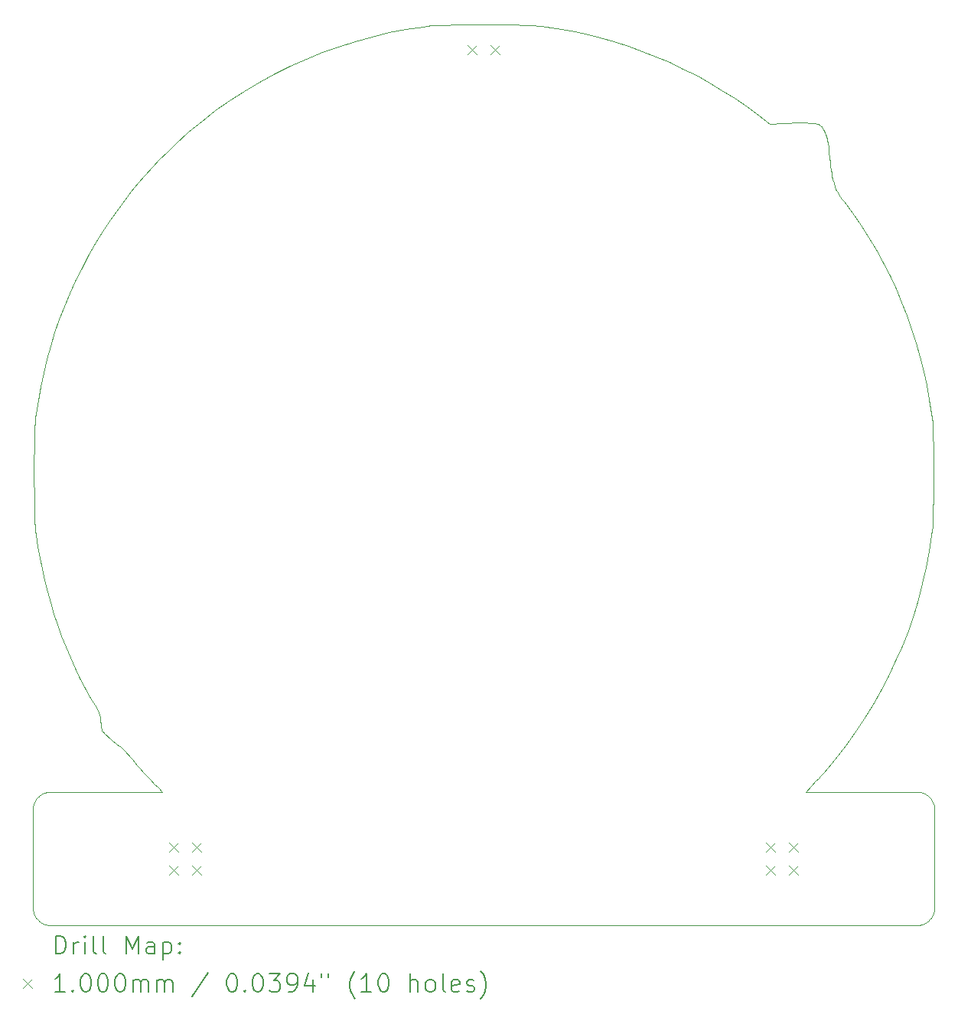
<source format=gbr>
%TF.GenerationSoftware,KiCad,Pcbnew,(6.0.7)*%
%TF.CreationDate,2022-08-24T16:40:09-07:00*%
%TF.ProjectId,DC31_Cnet_Badge_Front,44433331-5f43-46e6-9574-5f4261646765,rev?*%
%TF.SameCoordinates,Original*%
%TF.FileFunction,Drillmap*%
%TF.FilePolarity,Positive*%
%FSLAX45Y45*%
G04 Gerber Fmt 4.5, Leading zero omitted, Abs format (unit mm)*
G04 Created by KiCad (PCBNEW (6.0.7)) date 2022-08-24 16:40:09*
%MOMM*%
%LPD*%
G01*
G04 APERTURE LIST*
%ADD10C,0.099405*%
%ADD11C,0.200000*%
%ADD12C,0.100000*%
G04 APERTURE END LIST*
D10*
X14682002Y-8243576D02*
X14623174Y-8094067D01*
X5045114Y-13599129D02*
X5039912Y-13607243D01*
X14829370Y-14984989D02*
X14839045Y-14982755D01*
X13724791Y-6138217D02*
X13720571Y-6135159D01*
X8211376Y-5330305D02*
X8032692Y-5402690D01*
X5901886Y-12954506D02*
X5916825Y-12966386D01*
X5868368Y-7181256D02*
X5782691Y-7311889D01*
X5760625Y-12726401D02*
X5760625Y-12726401D01*
X14954741Y-10672780D02*
X14954741Y-10672780D01*
X5830734Y-12892498D02*
X5843846Y-12904659D01*
X14989054Y-14789066D02*
X14989054Y-13710941D01*
X5302971Y-8284194D02*
X5252169Y-8429909D01*
X9376807Y-5039137D02*
X9327694Y-5045217D01*
X14908729Y-13550694D02*
X14900889Y-13545118D01*
X14829382Y-13515021D02*
X14819534Y-13513261D01*
X13167046Y-6123497D02*
X13167046Y-6123497D01*
X14789066Y-14989054D02*
X14789066Y-14989054D01*
X14969330Y-14875767D02*
X14973335Y-14866909D01*
X5200640Y-14988793D02*
X5210931Y-14989054D01*
X5124232Y-14969325D02*
X5133090Y-14973330D01*
X12203344Y-5510316D02*
X12054771Y-5440496D01*
X13798457Y-6283411D02*
X13794963Y-6269319D01*
X5010955Y-14789066D02*
X5010955Y-14789066D01*
X10356690Y-5026672D02*
X10258716Y-5025709D01*
X13678097Y-13391322D02*
X13704075Y-13363725D01*
X14960822Y-10623671D02*
X14965563Y-10575465D01*
X14857827Y-14976916D02*
X14866909Y-14973335D01*
X14973340Y-13633105D02*
X14969335Y-13624247D01*
X6109222Y-13148258D02*
X6139259Y-13184151D01*
X5739082Y-12627936D02*
X5742161Y-12635816D01*
X9425025Y-5034402D02*
X9376807Y-5039137D01*
X5742161Y-12635816D02*
X5744938Y-12643836D01*
X14943391Y-13583741D02*
X14937106Y-13576485D01*
X14980060Y-14848535D02*
X14982755Y-14839045D01*
X5735666Y-12620082D02*
X5739082Y-12627936D01*
X5034404Y-10575465D02*
X5039138Y-10623671D01*
X14902323Y-9013104D02*
X14868327Y-8856815D01*
X14937106Y-13576485D02*
X14930484Y-13569539D01*
X5124243Y-13530678D02*
X5115620Y-13535094D01*
X13711435Y-6129762D02*
X13706468Y-6127402D01*
X5076470Y-14937090D02*
X5083726Y-14943376D01*
X5151475Y-13519947D02*
X5142183Y-13523092D01*
X6312363Y-13376440D02*
X6354614Y-13420656D01*
X13044729Y-6030273D02*
X13044729Y-6030273D01*
X5017251Y-14839041D02*
X5019946Y-14848530D01*
X14799370Y-13511215D02*
X14789078Y-13510953D01*
X9137862Y-5074264D02*
X8949146Y-5110885D01*
X5013260Y-14819519D02*
X5015018Y-14829366D01*
X5025011Y-10000470D02*
X5025011Y-10000470D01*
X5755563Y-12689929D02*
X5757288Y-12701128D01*
X13884212Y-6814359D02*
X13873131Y-6773198D01*
X14809526Y-13511988D02*
X14799370Y-13511215D01*
X5039906Y-14892757D02*
X5045107Y-14900871D01*
X14949327Y-13591296D02*
X14943391Y-13583741D01*
X13695610Y-6123300D02*
X13689667Y-6121536D01*
X14974385Y-9718092D02*
X14971675Y-9540919D01*
X5777220Y-12832895D02*
X5778707Y-12835666D01*
X5749732Y-12660739D02*
X5751821Y-12669846D01*
X6139259Y-13184151D02*
X6139259Y-13184151D01*
X6590549Y-6340177D02*
X6590549Y-6340177D01*
X13511313Y-6110045D02*
X13442932Y-6110801D01*
X14982759Y-13660967D02*
X14980064Y-13651478D01*
X14875778Y-13530683D02*
X14866920Y-13526677D01*
X5091281Y-14949313D02*
X5099121Y-14954889D01*
X5076479Y-13562910D02*
X5069534Y-13569532D01*
X10963159Y-5092693D02*
X10801232Y-5063712D01*
X8392660Y-5264791D02*
X8211376Y-5330305D01*
X14949320Y-14908719D02*
X14954896Y-14900878D01*
X8761842Y-5154941D02*
X8576248Y-5206290D01*
X6173487Y-6777689D02*
X6099314Y-6867837D01*
X10557020Y-5032743D02*
X10503284Y-5030128D01*
X13750247Y-13313244D02*
X13769852Y-13290915D01*
X14785097Y-8547483D02*
X14735999Y-8394769D01*
X13561803Y-13510953D02*
X13561803Y-13510953D01*
X5019949Y-13651473D02*
X5017254Y-13660962D01*
X5142183Y-13523092D02*
X5133101Y-13526673D01*
X13750214Y-6167393D02*
X13746846Y-6162314D01*
X6022469Y-13052355D02*
X6033256Y-13063374D01*
X5025135Y-9843411D02*
X5025011Y-10000470D01*
X5011216Y-14799356D02*
X5011988Y-14809511D01*
X5083726Y-14943376D02*
X5091281Y-14949313D01*
X14986748Y-14819522D02*
X14988020Y-14809513D01*
X14974385Y-10282840D02*
X14974872Y-10157527D01*
X14806870Y-11381084D02*
X14853587Y-11206313D01*
X5886924Y-12942216D02*
X5901886Y-12954506D01*
X14857838Y-13523096D02*
X14848547Y-13519951D01*
X14930484Y-13569539D02*
X14923539Y-13562917D01*
X7349899Y-5758134D02*
X7188671Y-5862767D01*
X14081783Y-7108492D02*
X13986739Y-6978381D01*
X5200652Y-13511214D02*
X5190496Y-13511987D01*
X11904124Y-5375614D02*
X11751518Y-5315719D01*
X5731875Y-12612145D02*
X5735666Y-12620082D01*
X6056365Y-13088019D02*
X6068722Y-13101681D01*
X5818568Y-12880812D02*
X5830734Y-12892498D01*
X13888248Y-13148549D02*
X14001075Y-13002590D01*
X6002336Y-13032831D02*
X6012168Y-13042180D01*
X13930917Y-6900360D02*
X13916715Y-6878392D01*
X13669482Y-6117258D02*
X13661883Y-6116133D01*
X6250402Y-6688801D02*
X6173487Y-6777689D01*
X13167046Y-6123497D02*
X13044729Y-6030273D01*
X5945866Y-12988213D02*
X5959580Y-12997806D01*
X5757288Y-12701128D02*
X5760625Y-12726401D01*
X11597069Y-5260856D02*
X11440892Y-5211075D01*
X5034404Y-9425431D02*
X5030848Y-9478185D01*
X5773481Y-12817126D02*
X5775049Y-12825379D01*
X5992955Y-13024287D02*
X6002336Y-13032831D01*
X13701201Y-6125251D02*
X13695610Y-6123300D01*
X5797849Y-12859567D02*
X5807542Y-12869776D01*
X5782691Y-7311889D02*
X5701203Y-7444831D01*
X5916825Y-12966386D02*
X5931550Y-12977681D01*
X5099121Y-14954889D02*
X5107235Y-14960092D01*
X10638157Y-5040049D02*
X10638157Y-5040049D01*
X13760303Y-6184675D02*
X13753563Y-6172805D01*
X6012168Y-13042180D02*
X6022469Y-13052355D01*
X14258933Y-7377551D02*
X14172537Y-7241604D01*
X5133090Y-14973330D02*
X5142171Y-14976912D01*
X6081639Y-13116263D02*
X6109222Y-13148258D01*
X5164350Y-8725239D02*
X5127431Y-8874612D01*
X5039912Y-13607243D02*
X5035096Y-13615618D01*
X5478407Y-12139765D02*
X5533282Y-12253295D01*
X5095236Y-9024962D02*
X5067816Y-9176168D01*
X6413473Y-6513672D02*
X6330314Y-6600890D01*
X13308124Y-6115539D02*
X13167046Y-6123497D01*
X5030675Y-14875760D02*
X5035091Y-14884383D01*
X14875767Y-14969330D02*
X14884390Y-14964913D01*
X13568935Y-6110578D02*
X13542004Y-6110140D01*
X13895432Y-6841336D02*
X13891657Y-6833604D01*
X13720571Y-6135159D02*
X13716127Y-6132344D01*
X14980064Y-13651478D02*
X14976920Y-13642186D01*
X13636116Y-6113501D02*
X13616210Y-6112255D01*
X14694378Y-11725040D02*
X14753776Y-11554047D01*
X5170628Y-14984986D02*
X5180476Y-14986746D01*
X13308124Y-6115539D02*
X13308124Y-6115539D01*
X14960104Y-13607250D02*
X14954902Y-13599136D01*
X5180488Y-13513259D02*
X5170640Y-13515019D01*
X14789078Y-13510953D02*
X13561803Y-13510953D01*
X5010955Y-13710941D02*
X5010955Y-14789066D01*
X9477794Y-5030847D02*
X9425025Y-5034402D01*
X5244097Y-11542676D02*
X5285306Y-11665131D01*
X5025616Y-9718092D02*
X5025135Y-9843411D01*
X5550989Y-7717158D02*
X5482360Y-7856301D01*
X13743432Y-6157557D02*
X13739947Y-6153112D01*
X5753753Y-12679539D02*
X5755563Y-12689929D01*
X13986739Y-6978381D02*
X13986739Y-6978381D01*
X6167152Y-13217148D02*
X6198902Y-13253361D01*
X5030848Y-10522720D02*
X5034404Y-10575465D01*
X8032692Y-5402690D02*
X7856905Y-5481806D01*
X5011216Y-13700650D02*
X5010955Y-13710941D01*
X14839045Y-14982755D02*
X14848535Y-14980060D01*
X13676629Y-6118526D02*
X13669482Y-6117258D01*
X5062904Y-14923523D02*
X5069525Y-14930468D01*
X5010955Y-13710941D02*
X5010955Y-13710941D01*
X14479097Y-12224578D02*
X14556965Y-12060468D01*
X14866909Y-14973335D02*
X14875767Y-14969330D01*
X5590611Y-12364241D02*
X5650300Y-12472336D01*
X13904858Y-6858672D02*
X13895432Y-6841336D01*
X14491295Y-7800762D02*
X14418380Y-7657295D01*
X12774573Y-5838026D02*
X12635457Y-5748929D01*
X13863766Y-6735740D02*
X13855822Y-6700332D01*
X6330314Y-6600890D02*
X6250402Y-6688801D01*
X14960822Y-9377219D02*
X14954741Y-9328108D01*
X13947378Y-6924438D02*
X13930917Y-6900360D01*
X13966014Y-6950490D02*
X13947378Y-6924438D01*
X13561803Y-13510953D02*
X13621837Y-13449844D01*
X14753776Y-11554047D02*
X14806870Y-11381084D01*
X5056619Y-14916267D02*
X5062904Y-14923523D01*
X5160953Y-14982752D02*
X5170628Y-14984986D01*
X10503284Y-5030128D02*
X10437360Y-5028124D01*
X5190484Y-14988019D02*
X5200640Y-14988793D01*
X5039138Y-9377219D02*
X5034404Y-9425431D01*
X14305404Y-12544777D02*
X14395219Y-12386068D01*
X7031825Y-5973429D02*
X6879658Y-6089978D01*
X14954741Y-9328108D02*
X14954741Y-9328108D01*
X5067816Y-9176168D02*
X5045217Y-9328108D01*
X5030848Y-9478185D02*
X5028309Y-9540919D01*
X13706468Y-6127402D02*
X13701201Y-6125251D01*
X5775049Y-12825379D02*
X5776283Y-12830530D01*
X5019946Y-14848530D02*
X5023089Y-14857821D01*
X11123822Y-5126946D02*
X10963159Y-5092693D01*
X14982755Y-14839045D02*
X14984989Y-14829370D01*
X5418115Y-7997269D02*
X5358302Y-8139940D01*
X14988793Y-14799357D02*
X14989054Y-14789066D01*
X7188671Y-5862767D02*
X7031825Y-5973429D01*
X13778103Y-6220860D02*
X13767268Y-6198015D01*
X5062912Y-13576477D02*
X5056627Y-13583734D01*
X5723029Y-12595569D02*
X5727675Y-12604011D01*
X5190496Y-13511987D02*
X5180488Y-13513259D01*
X5205946Y-8576965D02*
X5164350Y-8725239D01*
X5744938Y-12643836D02*
X5747450Y-12652107D01*
X14931150Y-9170257D02*
X14902323Y-9013104D01*
X14892764Y-14960098D02*
X14900878Y-14954896D01*
X14969126Y-10522720D02*
X14971676Y-10459995D01*
X14974872Y-10157527D02*
X14974998Y-10000470D01*
X5958184Y-7053053D02*
X5958184Y-7053053D01*
X5025616Y-10282840D02*
X5028309Y-10459995D01*
X14172537Y-7241604D02*
X14081783Y-7108492D01*
X14984991Y-13670642D02*
X14982759Y-13660967D01*
X13787206Y-6243988D02*
X13778103Y-6220860D01*
X5099131Y-13545112D02*
X5091291Y-13550688D01*
X14809513Y-14988020D02*
X14819522Y-14986748D01*
X10000625Y-5025011D02*
X10000625Y-5025011D01*
X5015018Y-14829366D02*
X5017251Y-14839041D01*
X5984007Y-13016532D02*
X5992955Y-13024287D01*
X5083736Y-13556625D02*
X5076479Y-13562910D01*
X13769852Y-13290915D02*
X13888248Y-13148549D01*
X10000625Y-5025011D02*
X9717903Y-5025616D01*
X14908719Y-14949320D02*
X14916274Y-14943383D01*
X13820246Y-6431085D02*
X13814016Y-6377736D01*
X13807983Y-6334272D02*
X13801760Y-6298774D01*
X9327694Y-5045217D02*
X9327694Y-5045217D01*
X6234015Y-13292306D02*
X6272000Y-13333494D01*
X14916283Y-13556631D02*
X14908729Y-13550694D01*
X5482360Y-7856301D02*
X5418115Y-7997269D01*
X13704075Y-13363725D02*
X13728223Y-13337606D01*
X14001075Y-13002590D02*
X14108258Y-12853201D01*
X14960098Y-14892764D02*
X14964913Y-14884390D01*
X10000625Y-5025011D02*
X10000625Y-5025011D01*
X6879658Y-6089978D02*
X6732467Y-6212274D01*
X5028309Y-10459995D02*
X5030848Y-10522720D01*
X13593884Y-6111310D02*
X13568935Y-6110578D01*
X13837555Y-6589896D02*
X13832336Y-6546172D01*
X5727675Y-12604011D02*
X5731875Y-12612145D01*
X7515212Y-5659668D02*
X7349899Y-5758134D01*
X13767268Y-6198015D02*
X13760303Y-6184675D01*
X5958184Y-7053053D02*
X5868368Y-7181256D01*
X5170640Y-13515019D02*
X5160965Y-13517252D01*
X5011989Y-13690494D02*
X5011216Y-13700650D01*
X12054771Y-5440496D02*
X11904124Y-5375614D01*
X5017254Y-13660962D02*
X5015021Y-13670638D01*
X5050682Y-14908712D02*
X5056619Y-14916267D01*
X8949146Y-5110885D02*
X8761842Y-5154941D01*
X13832336Y-6546172D02*
X13827058Y-6496239D01*
X13986739Y-6978381D02*
X13966014Y-6950490D01*
X13767268Y-6198015D02*
X13767268Y-6198015D01*
X13843012Y-6629062D02*
X13837555Y-6589896D01*
X13827058Y-6496239D02*
X13820246Y-6431085D01*
X5789683Y-12850361D02*
X5797849Y-12859567D01*
X14964913Y-14884390D02*
X14969330Y-14875767D01*
X5533282Y-12253295D02*
X5590611Y-12364241D01*
X14789078Y-13510953D02*
X14789078Y-13510953D01*
X5210943Y-13510953D02*
X5200652Y-13511214D01*
X14209726Y-12700542D02*
X14305404Y-12544777D01*
X14964919Y-13615624D02*
X14960104Y-13607250D01*
X14556965Y-12060468D02*
X14628750Y-11893901D01*
X5142171Y-14976912D02*
X5151463Y-14980057D01*
X5376390Y-11906019D02*
X5426078Y-12023918D01*
X5063378Y-10796548D02*
X5085111Y-10920928D01*
X5776283Y-12830530D02*
X5777220Y-12832895D01*
X5426078Y-12023918D02*
X5478407Y-12139765D01*
X14623174Y-8094067D02*
X14559583Y-7946408D01*
X13916715Y-6878392D02*
X13904858Y-6858672D01*
X14628750Y-11893901D02*
X14694378Y-11725040D01*
X14108258Y-12853201D02*
X14209726Y-12700542D01*
X11440892Y-5211075D02*
X11283105Y-5166422D01*
X5778707Y-12835666D02*
X5783238Y-12842335D01*
X14853587Y-11206313D02*
X14893854Y-11029898D01*
X5010955Y-14789066D02*
X5011216Y-14799356D01*
X14965563Y-9425431D02*
X14960822Y-9377219D01*
X5210931Y-14989054D02*
X5210931Y-14989054D01*
X14848535Y-14980060D02*
X14857827Y-14976916D01*
X7684313Y-5567512D02*
X7515212Y-5659668D01*
X14989054Y-14789066D02*
X14989054Y-14789066D01*
X14988020Y-14809513D02*
X14988793Y-14799357D01*
X5701203Y-7444831D02*
X5623953Y-7579961D01*
X5127431Y-8874612D02*
X5095236Y-9024962D01*
X14340903Y-7516170D02*
X14258933Y-7377551D01*
X13728814Y-6141530D02*
X13724791Y-6138217D01*
X5783238Y-12842335D02*
X5789683Y-12850361D01*
X5329435Y-11786334D02*
X5376390Y-11906019D01*
X14868327Y-8856815D02*
X14829229Y-8701553D01*
X13739947Y-6153112D02*
X13736366Y-6148966D01*
X14937097Y-14923530D02*
X14943383Y-14916274D01*
X14893854Y-11029898D02*
X14927596Y-10851999D01*
X5138921Y-11170456D02*
X5170811Y-11295072D01*
X14395219Y-12386068D02*
X14479097Y-12224578D01*
X5180476Y-14986746D02*
X5190484Y-14988019D01*
X6099314Y-6867837D02*
X6027631Y-6959530D01*
X5039138Y-10623671D02*
X5045217Y-10672780D01*
X13736366Y-6148966D02*
X13732663Y-6145110D01*
X5035091Y-14884383D02*
X5039906Y-14892757D01*
X5050690Y-13591288D02*
X5045114Y-13599129D01*
X6198902Y-13253361D02*
X6234015Y-13292306D01*
X5760625Y-12726401D02*
X5765145Y-12761640D01*
X14976916Y-14857827D02*
X14980060Y-14848535D01*
X14976920Y-13642186D02*
X14973340Y-13633105D01*
X13794963Y-6269319D02*
X13791228Y-6256258D01*
X5358302Y-8139940D02*
X5302971Y-8284194D01*
X6354614Y-13420656D02*
X6398259Y-13465656D01*
X9717903Y-5025616D02*
X9540565Y-5028307D01*
X14974998Y-10000470D02*
X14974998Y-10000470D01*
X10437360Y-5028124D02*
X10356690Y-5026672D01*
X14954896Y-14900878D02*
X14960098Y-14892764D01*
X13873131Y-6773198D02*
X13863766Y-6735740D01*
X12493803Y-5664580D02*
X12349726Y-5585027D01*
X14900889Y-13545118D02*
X14892775Y-13539916D01*
X13891657Y-6833604D02*
X13888522Y-6826520D01*
X14930475Y-14930475D02*
X14937097Y-14923530D01*
X5205901Y-11419234D02*
X5244097Y-11542676D01*
X6442806Y-13510953D02*
X6442806Y-13510953D01*
X13689667Y-6121536D02*
X13683349Y-6119949D01*
X13855822Y-6700332D02*
X13849002Y-6665324D01*
X13746846Y-6162314D02*
X13743432Y-6157557D01*
X12911036Y-5931823D02*
X12774573Y-5838026D01*
X5160965Y-13517252D02*
X5151475Y-13519947D01*
X14819522Y-14986748D02*
X14829370Y-14984989D01*
X14559583Y-7946408D02*
X14491295Y-7800762D01*
X5285306Y-11665131D02*
X5329435Y-11786334D01*
X14884390Y-14964913D02*
X14892764Y-14960098D01*
X12635457Y-5748929D02*
X12493803Y-5664580D01*
X13442932Y-6110801D02*
X13372349Y-6112686D01*
X5872135Y-12929694D02*
X5886924Y-12942216D01*
X14829229Y-8701553D02*
X14785097Y-8547483D01*
X5843846Y-12904659D02*
X5857711Y-12917116D01*
X14839057Y-13517255D02*
X14829382Y-13515021D01*
X5769600Y-12793022D02*
X5773481Y-12817126D01*
X10258716Y-5025709D02*
X10000625Y-5025011D01*
X5959580Y-12997806D02*
X5959580Y-12997806D01*
X11283105Y-5166422D02*
X11123822Y-5126946D01*
X6068722Y-13101681D02*
X6081639Y-13116263D01*
X14789066Y-14989054D02*
X14799357Y-14988793D01*
X13661883Y-6116133D02*
X13653806Y-6115139D01*
X5252169Y-8429909D02*
X5205946Y-8576965D01*
X5023094Y-13642181D02*
X5019949Y-13651473D01*
X10801232Y-5063712D02*
X10638157Y-5040049D01*
X14418380Y-7657295D02*
X14340903Y-7516170D01*
X14974998Y-10000470D02*
X14974385Y-9718092D01*
X5975474Y-13009546D02*
X5984007Y-13016532D01*
X6033256Y-13063374D02*
X6044549Y-13075256D01*
X5650300Y-12472336D02*
X5712256Y-12577315D01*
X5712256Y-12577315D02*
X5717902Y-12586708D01*
X14900878Y-14954896D02*
X14908719Y-14949320D01*
X5959580Y-12997806D02*
X5967337Y-13003310D01*
X5107245Y-13539910D02*
X5099131Y-13545112D01*
X14988794Y-13700651D02*
X14988022Y-13690496D01*
X13753563Y-6172805D02*
X13750214Y-6167393D01*
X6500134Y-6426862D02*
X6413473Y-6513672D01*
X13044729Y-6030273D02*
X12911036Y-5931823D01*
X13888522Y-6826520D02*
X13886037Y-6820099D01*
X5056627Y-13583734D02*
X5050690Y-13591288D01*
X13616210Y-6112255D02*
X13593884Y-6111310D01*
X6027631Y-6959530D02*
X5958184Y-7053053D01*
X14884401Y-13535100D02*
X14875778Y-13530683D01*
X14973335Y-14866909D02*
X14976916Y-14857827D01*
X5045217Y-9328108D02*
X5039138Y-9377219D01*
X13621837Y-13449844D02*
X13678097Y-13391322D01*
X14927596Y-10851999D02*
X14954741Y-10672780D01*
X13542004Y-6110140D02*
X13511313Y-6110045D01*
X13683349Y-6119949D02*
X13676629Y-6118526D01*
X13716127Y-6132344D02*
X13711435Y-6129762D01*
X13849002Y-6665324D02*
X13843012Y-6629062D01*
X5623953Y-7579961D02*
X5550989Y-7717158D01*
X5807542Y-12869776D02*
X5818568Y-12880812D01*
X5069534Y-13569532D02*
X5062912Y-13576477D01*
X13801760Y-6298774D02*
X13798457Y-6283411D01*
X13769852Y-13290915D02*
X13769852Y-13290915D01*
X5115609Y-14964908D02*
X5124232Y-14969325D01*
X14819534Y-13513261D02*
X14809526Y-13511988D01*
X14971675Y-9540919D02*
X14969126Y-9478185D01*
X5091291Y-13550688D02*
X5083736Y-13556625D01*
X5107235Y-14960092D02*
X5115609Y-14964908D01*
X5765145Y-12761640D02*
X5769600Y-12793022D01*
X9327694Y-5045217D02*
X9137862Y-5074264D01*
X6732467Y-6212274D02*
X6590549Y-6340177D01*
X14954902Y-13599136D02*
X14949327Y-13591296D01*
X13827058Y-6496239D02*
X13827058Y-6496239D01*
X14973374Y-10381849D02*
X14974385Y-10282840D01*
X13728223Y-13337606D02*
X13750247Y-13313244D01*
X5015021Y-13670638D02*
X5013261Y-13680486D01*
X14923539Y-13562917D02*
X14916283Y-13556631D01*
X8576248Y-5206290D02*
X8392660Y-5264791D01*
X5011988Y-14809511D02*
X5013260Y-14819519D01*
X5013261Y-13680486D02*
X5011989Y-13690494D01*
X6272000Y-13333494D02*
X6312363Y-13376440D01*
X5967337Y-13003310D02*
X5975474Y-13009546D01*
X13814016Y-6377736D02*
X13807983Y-6334272D01*
X5210931Y-14989054D02*
X14789066Y-14989054D01*
X5026675Y-13633099D02*
X5023094Y-13642181D01*
X5751821Y-12669846D02*
X5753753Y-12679539D01*
X14969126Y-9478185D02*
X14965563Y-9425431D01*
X5151463Y-14980057D02*
X5160953Y-14982752D01*
X6139259Y-13184151D02*
X6167152Y-13217148D01*
X12349726Y-5585027D02*
X12203344Y-5510316D01*
X5747450Y-12652107D02*
X5749732Y-12660739D01*
X5110323Y-11045653D02*
X5138921Y-11170456D01*
X14984989Y-14829370D02*
X14986748Y-14819522D01*
X13791228Y-6256258D02*
X13787206Y-6243988D01*
X5712256Y-12577315D02*
X5712256Y-12577315D01*
X6590549Y-6340177D02*
X6500134Y-6426862D01*
X5045107Y-14900871D02*
X5050682Y-14908712D01*
X5776283Y-12830530D02*
X5776283Y-12830530D01*
X14848547Y-13519951D02*
X14839057Y-13517255D01*
X14986750Y-13680489D02*
X14984991Y-13670642D01*
X5030680Y-13624241D02*
X5026675Y-13633099D01*
X10638157Y-5040049D02*
X10601125Y-5036030D01*
X14866920Y-13526677D02*
X14857838Y-13523096D01*
X13886037Y-6820099D02*
X13884212Y-6814359D01*
X5045217Y-9328108D02*
X5045217Y-9328108D01*
X14943383Y-14916274D02*
X14949320Y-14908719D01*
X5115620Y-13535094D02*
X5107245Y-13539910D01*
X13372349Y-6112686D02*
X13308124Y-6115539D01*
X13653806Y-6115139D02*
X13636116Y-6113501D01*
X5069525Y-14930468D02*
X5076470Y-14937090D01*
X14965563Y-10575465D02*
X14969126Y-10522720D01*
X5023089Y-14857821D02*
X5026670Y-14866902D01*
X14989054Y-13710941D02*
X14989054Y-13710941D01*
X11751518Y-5315719D02*
X11597069Y-5260856D01*
X14923530Y-14937097D02*
X14930475Y-14930475D01*
X14916274Y-14943383D02*
X14923530Y-14937097D01*
X7856905Y-5481806D02*
X7684313Y-5567512D01*
X5025011Y-10000470D02*
X5025616Y-10282840D01*
X5035096Y-13615618D02*
X5030680Y-13624241D01*
X14971676Y-10459995D02*
X14973374Y-10381849D01*
X13732663Y-6145110D02*
X13728814Y-6141530D01*
X5210943Y-13510953D02*
X5210943Y-13510953D01*
X5028309Y-9540919D02*
X5026619Y-9619075D01*
X5717902Y-12586708D02*
X5723029Y-12595569D01*
X13884212Y-6814359D02*
X13884212Y-6814359D01*
X5045217Y-10672780D02*
X5063378Y-10796548D01*
X5085111Y-10920928D02*
X5110323Y-11045653D01*
X14969335Y-13624247D02*
X14964919Y-13615624D01*
X5857711Y-12917116D02*
X5872135Y-12929694D01*
X5170811Y-11295072D02*
X5205901Y-11419234D01*
X14735999Y-8394769D02*
X14682002Y-8243576D01*
X5045217Y-10672780D02*
X5045217Y-10672780D01*
X5026670Y-14866902D02*
X5030675Y-14875760D01*
X13568935Y-6110578D02*
X13568935Y-6110578D01*
X6398259Y-13465656D02*
X6442806Y-13510953D01*
X5931550Y-12977681D02*
X5945866Y-12988213D01*
X14988022Y-13690496D02*
X14986750Y-13680489D01*
X5133101Y-13526673D02*
X5124243Y-13530678D01*
X14954741Y-10672780D02*
X14960822Y-10623671D01*
X14954741Y-9328108D02*
X14931150Y-9170257D01*
X14892775Y-13539916D02*
X14884401Y-13535100D01*
X9540565Y-5028307D02*
X9477794Y-5030847D01*
X6044549Y-13075256D02*
X6056365Y-13088019D01*
X10601125Y-5036030D02*
X10557020Y-5032743D01*
X5026619Y-9619075D02*
X5025616Y-9718092D01*
X6442806Y-13510953D02*
X5210943Y-13510953D01*
X14989054Y-13710941D02*
X14988794Y-13700651D01*
X14799357Y-14988793D02*
X14809513Y-14988020D01*
D11*
D12*
X6523500Y-14072500D02*
X6623500Y-14172500D01*
X6623500Y-14072500D02*
X6523500Y-14172500D01*
X6523500Y-14326500D02*
X6623500Y-14426500D01*
X6623500Y-14326500D02*
X6523500Y-14426500D01*
X6777500Y-14072500D02*
X6877500Y-14172500D01*
X6877500Y-14072500D02*
X6777500Y-14172500D01*
X6777500Y-14326500D02*
X6877500Y-14426500D01*
X6877500Y-14326500D02*
X6777500Y-14426500D01*
X9823500Y-5250000D02*
X9923500Y-5350000D01*
X9923500Y-5250000D02*
X9823500Y-5350000D01*
X10077500Y-5250000D02*
X10177500Y-5350000D01*
X10177500Y-5250000D02*
X10077500Y-5350000D01*
X13123500Y-14072500D02*
X13223500Y-14172500D01*
X13223500Y-14072500D02*
X13123500Y-14172500D01*
X13123500Y-14326500D02*
X13223500Y-14426500D01*
X13223500Y-14326500D02*
X13123500Y-14426500D01*
X13377500Y-14072500D02*
X13477500Y-14172500D01*
X13477500Y-14072500D02*
X13377500Y-14172500D01*
X13377500Y-14326500D02*
X13477500Y-14426500D01*
X13477500Y-14326500D02*
X13377500Y-14426500D01*
D11*
X5263604Y-15304500D02*
X5263604Y-15104500D01*
X5311223Y-15104500D01*
X5339795Y-15114024D01*
X5358842Y-15133072D01*
X5368366Y-15152119D01*
X5377890Y-15190215D01*
X5377890Y-15218786D01*
X5368366Y-15256881D01*
X5358842Y-15275929D01*
X5339795Y-15294977D01*
X5311223Y-15304500D01*
X5263604Y-15304500D01*
X5463604Y-15304500D02*
X5463604Y-15171167D01*
X5463604Y-15209262D02*
X5473128Y-15190215D01*
X5482652Y-15180691D01*
X5501699Y-15171167D01*
X5520747Y-15171167D01*
X5587414Y-15304500D02*
X5587414Y-15171167D01*
X5587414Y-15104500D02*
X5577890Y-15114024D01*
X5587414Y-15123548D01*
X5596937Y-15114024D01*
X5587414Y-15104500D01*
X5587414Y-15123548D01*
X5711223Y-15304500D02*
X5692176Y-15294977D01*
X5682652Y-15275929D01*
X5682652Y-15104500D01*
X5815985Y-15304500D02*
X5796937Y-15294977D01*
X5787414Y-15275929D01*
X5787414Y-15104500D01*
X6044557Y-15304500D02*
X6044557Y-15104500D01*
X6111223Y-15247358D01*
X6177890Y-15104500D01*
X6177890Y-15304500D01*
X6358842Y-15304500D02*
X6358842Y-15199738D01*
X6349318Y-15180691D01*
X6330271Y-15171167D01*
X6292176Y-15171167D01*
X6273128Y-15180691D01*
X6358842Y-15294977D02*
X6339795Y-15304500D01*
X6292176Y-15304500D01*
X6273128Y-15294977D01*
X6263604Y-15275929D01*
X6263604Y-15256881D01*
X6273128Y-15237834D01*
X6292176Y-15228310D01*
X6339795Y-15228310D01*
X6358842Y-15218786D01*
X6454080Y-15171167D02*
X6454080Y-15371167D01*
X6454080Y-15180691D02*
X6473128Y-15171167D01*
X6511223Y-15171167D01*
X6530271Y-15180691D01*
X6539795Y-15190215D01*
X6549318Y-15209262D01*
X6549318Y-15266405D01*
X6539795Y-15285453D01*
X6530271Y-15294977D01*
X6511223Y-15304500D01*
X6473128Y-15304500D01*
X6454080Y-15294977D01*
X6635033Y-15285453D02*
X6644557Y-15294977D01*
X6635033Y-15304500D01*
X6625509Y-15294977D01*
X6635033Y-15285453D01*
X6635033Y-15304500D01*
X6635033Y-15180691D02*
X6644557Y-15190215D01*
X6635033Y-15199738D01*
X6625509Y-15190215D01*
X6635033Y-15180691D01*
X6635033Y-15199738D01*
D12*
X4905985Y-15584024D02*
X5005985Y-15684024D01*
X5005985Y-15584024D02*
X4905985Y-15684024D01*
D11*
X5368366Y-15724500D02*
X5254080Y-15724500D01*
X5311223Y-15724500D02*
X5311223Y-15524500D01*
X5292176Y-15553072D01*
X5273128Y-15572119D01*
X5254080Y-15581643D01*
X5454080Y-15705453D02*
X5463604Y-15714977D01*
X5454080Y-15724500D01*
X5444557Y-15714977D01*
X5454080Y-15705453D01*
X5454080Y-15724500D01*
X5587414Y-15524500D02*
X5606461Y-15524500D01*
X5625509Y-15534024D01*
X5635033Y-15543548D01*
X5644557Y-15562596D01*
X5654080Y-15600691D01*
X5654080Y-15648310D01*
X5644557Y-15686405D01*
X5635033Y-15705453D01*
X5625509Y-15714977D01*
X5606461Y-15724500D01*
X5587414Y-15724500D01*
X5568366Y-15714977D01*
X5558842Y-15705453D01*
X5549319Y-15686405D01*
X5539795Y-15648310D01*
X5539795Y-15600691D01*
X5549319Y-15562596D01*
X5558842Y-15543548D01*
X5568366Y-15534024D01*
X5587414Y-15524500D01*
X5777890Y-15524500D02*
X5796937Y-15524500D01*
X5815985Y-15534024D01*
X5825509Y-15543548D01*
X5835033Y-15562596D01*
X5844557Y-15600691D01*
X5844557Y-15648310D01*
X5835033Y-15686405D01*
X5825509Y-15705453D01*
X5815985Y-15714977D01*
X5796937Y-15724500D01*
X5777890Y-15724500D01*
X5758842Y-15714977D01*
X5749318Y-15705453D01*
X5739795Y-15686405D01*
X5730271Y-15648310D01*
X5730271Y-15600691D01*
X5739795Y-15562596D01*
X5749318Y-15543548D01*
X5758842Y-15534024D01*
X5777890Y-15524500D01*
X5968366Y-15524500D02*
X5987414Y-15524500D01*
X6006461Y-15534024D01*
X6015985Y-15543548D01*
X6025509Y-15562596D01*
X6035033Y-15600691D01*
X6035033Y-15648310D01*
X6025509Y-15686405D01*
X6015985Y-15705453D01*
X6006461Y-15714977D01*
X5987414Y-15724500D01*
X5968366Y-15724500D01*
X5949318Y-15714977D01*
X5939795Y-15705453D01*
X5930271Y-15686405D01*
X5920747Y-15648310D01*
X5920747Y-15600691D01*
X5930271Y-15562596D01*
X5939795Y-15543548D01*
X5949318Y-15534024D01*
X5968366Y-15524500D01*
X6120747Y-15724500D02*
X6120747Y-15591167D01*
X6120747Y-15610215D02*
X6130271Y-15600691D01*
X6149318Y-15591167D01*
X6177890Y-15591167D01*
X6196937Y-15600691D01*
X6206461Y-15619738D01*
X6206461Y-15724500D01*
X6206461Y-15619738D02*
X6215985Y-15600691D01*
X6235033Y-15591167D01*
X6263604Y-15591167D01*
X6282652Y-15600691D01*
X6292176Y-15619738D01*
X6292176Y-15724500D01*
X6387414Y-15724500D02*
X6387414Y-15591167D01*
X6387414Y-15610215D02*
X6396937Y-15600691D01*
X6415985Y-15591167D01*
X6444557Y-15591167D01*
X6463604Y-15600691D01*
X6473128Y-15619738D01*
X6473128Y-15724500D01*
X6473128Y-15619738D02*
X6482652Y-15600691D01*
X6501699Y-15591167D01*
X6530271Y-15591167D01*
X6549318Y-15600691D01*
X6558842Y-15619738D01*
X6558842Y-15724500D01*
X6949318Y-15514977D02*
X6777890Y-15772119D01*
X7206461Y-15524500D02*
X7225509Y-15524500D01*
X7244557Y-15534024D01*
X7254080Y-15543548D01*
X7263604Y-15562596D01*
X7273128Y-15600691D01*
X7273128Y-15648310D01*
X7263604Y-15686405D01*
X7254080Y-15705453D01*
X7244557Y-15714977D01*
X7225509Y-15724500D01*
X7206461Y-15724500D01*
X7187414Y-15714977D01*
X7177890Y-15705453D01*
X7168366Y-15686405D01*
X7158842Y-15648310D01*
X7158842Y-15600691D01*
X7168366Y-15562596D01*
X7177890Y-15543548D01*
X7187414Y-15534024D01*
X7206461Y-15524500D01*
X7358842Y-15705453D02*
X7368366Y-15714977D01*
X7358842Y-15724500D01*
X7349318Y-15714977D01*
X7358842Y-15705453D01*
X7358842Y-15724500D01*
X7492176Y-15524500D02*
X7511223Y-15524500D01*
X7530271Y-15534024D01*
X7539795Y-15543548D01*
X7549318Y-15562596D01*
X7558842Y-15600691D01*
X7558842Y-15648310D01*
X7549318Y-15686405D01*
X7539795Y-15705453D01*
X7530271Y-15714977D01*
X7511223Y-15724500D01*
X7492176Y-15724500D01*
X7473128Y-15714977D01*
X7463604Y-15705453D01*
X7454080Y-15686405D01*
X7444557Y-15648310D01*
X7444557Y-15600691D01*
X7454080Y-15562596D01*
X7463604Y-15543548D01*
X7473128Y-15534024D01*
X7492176Y-15524500D01*
X7625509Y-15524500D02*
X7749318Y-15524500D01*
X7682652Y-15600691D01*
X7711223Y-15600691D01*
X7730271Y-15610215D01*
X7739795Y-15619738D01*
X7749318Y-15638786D01*
X7749318Y-15686405D01*
X7739795Y-15705453D01*
X7730271Y-15714977D01*
X7711223Y-15724500D01*
X7654080Y-15724500D01*
X7635033Y-15714977D01*
X7625509Y-15705453D01*
X7844557Y-15724500D02*
X7882652Y-15724500D01*
X7901699Y-15714977D01*
X7911223Y-15705453D01*
X7930271Y-15676881D01*
X7939795Y-15638786D01*
X7939795Y-15562596D01*
X7930271Y-15543548D01*
X7920747Y-15534024D01*
X7901699Y-15524500D01*
X7863604Y-15524500D01*
X7844557Y-15534024D01*
X7835033Y-15543548D01*
X7825509Y-15562596D01*
X7825509Y-15610215D01*
X7835033Y-15629262D01*
X7844557Y-15638786D01*
X7863604Y-15648310D01*
X7901699Y-15648310D01*
X7920747Y-15638786D01*
X7930271Y-15629262D01*
X7939795Y-15610215D01*
X8111223Y-15591167D02*
X8111223Y-15724500D01*
X8063604Y-15514977D02*
X8015985Y-15657834D01*
X8139795Y-15657834D01*
X8206461Y-15524500D02*
X8206461Y-15562596D01*
X8282652Y-15524500D02*
X8282652Y-15562596D01*
X8577890Y-15800691D02*
X8568366Y-15791167D01*
X8549319Y-15762596D01*
X8539795Y-15743548D01*
X8530271Y-15714977D01*
X8520747Y-15667358D01*
X8520747Y-15629262D01*
X8530271Y-15581643D01*
X8539795Y-15553072D01*
X8549319Y-15534024D01*
X8568366Y-15505453D01*
X8577890Y-15495929D01*
X8758842Y-15724500D02*
X8644557Y-15724500D01*
X8701699Y-15724500D02*
X8701699Y-15524500D01*
X8682652Y-15553072D01*
X8663604Y-15572119D01*
X8644557Y-15581643D01*
X8882652Y-15524500D02*
X8901699Y-15524500D01*
X8920747Y-15534024D01*
X8930271Y-15543548D01*
X8939795Y-15562596D01*
X8949319Y-15600691D01*
X8949319Y-15648310D01*
X8939795Y-15686405D01*
X8930271Y-15705453D01*
X8920747Y-15714977D01*
X8901699Y-15724500D01*
X8882652Y-15724500D01*
X8863604Y-15714977D01*
X8854080Y-15705453D01*
X8844557Y-15686405D01*
X8835033Y-15648310D01*
X8835033Y-15600691D01*
X8844557Y-15562596D01*
X8854080Y-15543548D01*
X8863604Y-15534024D01*
X8882652Y-15524500D01*
X9187414Y-15724500D02*
X9187414Y-15524500D01*
X9273128Y-15724500D02*
X9273128Y-15619738D01*
X9263604Y-15600691D01*
X9244557Y-15591167D01*
X9215985Y-15591167D01*
X9196938Y-15600691D01*
X9187414Y-15610215D01*
X9396938Y-15724500D02*
X9377890Y-15714977D01*
X9368366Y-15705453D01*
X9358842Y-15686405D01*
X9358842Y-15629262D01*
X9368366Y-15610215D01*
X9377890Y-15600691D01*
X9396938Y-15591167D01*
X9425509Y-15591167D01*
X9444557Y-15600691D01*
X9454080Y-15610215D01*
X9463604Y-15629262D01*
X9463604Y-15686405D01*
X9454080Y-15705453D01*
X9444557Y-15714977D01*
X9425509Y-15724500D01*
X9396938Y-15724500D01*
X9577890Y-15724500D02*
X9558842Y-15714977D01*
X9549319Y-15695929D01*
X9549319Y-15524500D01*
X9730271Y-15714977D02*
X9711223Y-15724500D01*
X9673128Y-15724500D01*
X9654080Y-15714977D01*
X9644557Y-15695929D01*
X9644557Y-15619738D01*
X9654080Y-15600691D01*
X9673128Y-15591167D01*
X9711223Y-15591167D01*
X9730271Y-15600691D01*
X9739795Y-15619738D01*
X9739795Y-15638786D01*
X9644557Y-15657834D01*
X9815985Y-15714977D02*
X9835033Y-15724500D01*
X9873128Y-15724500D01*
X9892176Y-15714977D01*
X9901699Y-15695929D01*
X9901699Y-15686405D01*
X9892176Y-15667358D01*
X9873128Y-15657834D01*
X9844557Y-15657834D01*
X9825509Y-15648310D01*
X9815985Y-15629262D01*
X9815985Y-15619738D01*
X9825509Y-15600691D01*
X9844557Y-15591167D01*
X9873128Y-15591167D01*
X9892176Y-15600691D01*
X9968366Y-15800691D02*
X9977890Y-15791167D01*
X9996938Y-15762596D01*
X10006461Y-15743548D01*
X10015985Y-15714977D01*
X10025509Y-15667358D01*
X10025509Y-15629262D01*
X10015985Y-15581643D01*
X10006461Y-15553072D01*
X9996938Y-15534024D01*
X9977890Y-15505453D01*
X9968366Y-15495929D01*
M02*

</source>
